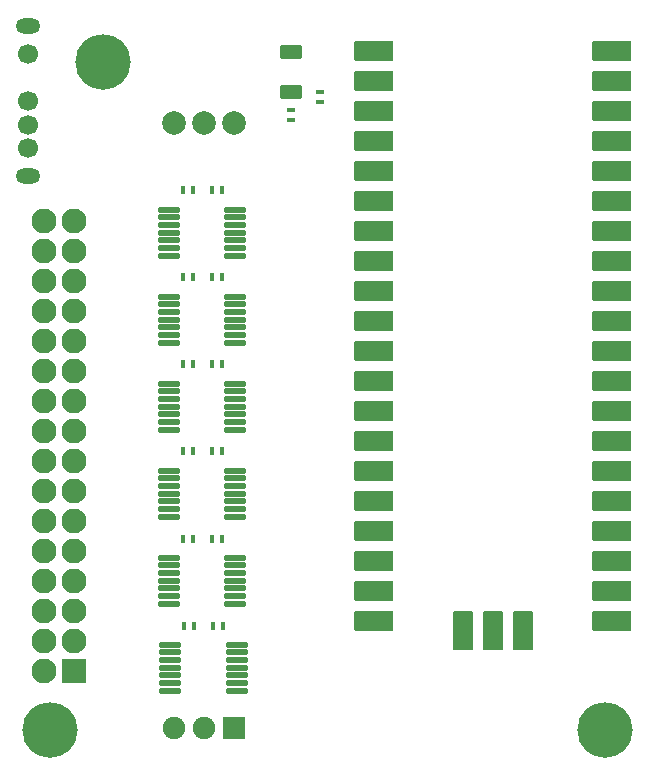
<source format=gts>
G04 #@! TF.GenerationSoftware,KiCad,Pcbnew,8.0.6*
G04 #@! TF.CreationDate,2025-02-01T18:27:41+01:00*
G04 #@! TF.ProjectId,jitx-design,6a697478-2d64-4657-9369-676e2e6b6963,rev?*
G04 #@! TF.SameCoordinates,Original*
G04 #@! TF.FileFunction,Soldermask,Top*
G04 #@! TF.FilePolarity,Negative*
%FSLAX46Y46*%
G04 Gerber Fmt 4.6, Leading zero omitted, Abs format (unit mm)*
G04 Created by KiCad (PCBNEW 8.0.6) date 2025-02-01 18:27:41*
%MOMM*%
%LPD*%
G01*
G04 APERTURE LIST*
G04 Aperture macros list*
%AMRoundRect*
0 Rectangle with rounded corners*
0 $1 Rounding radius*
0 $2 $3 $4 $5 $6 $7 $8 $9 X,Y pos of 4 corners*
0 Add a 4 corners polygon primitive as box body*
4,1,4,$2,$3,$4,$5,$6,$7,$8,$9,$2,$3,0*
0 Add four circle primitives for the rounded corners*
1,1,$1+$1,$2,$3*
1,1,$1+$1,$4,$5*
1,1,$1+$1,$6,$7*
1,1,$1+$1,$8,$9*
0 Add four rect primitives between the rounded corners*
20,1,$1+$1,$2,$3,$4,$5,0*
20,1,$1+$1,$4,$5,$6,$7,0*
20,1,$1+$1,$6,$7,$8,$9,0*
20,1,$1+$1,$8,$9,$2,$3,0*%
G04 Aperture macros list end*
%ADD10RoundRect,0.051000X1.000000X-1.000000X1.000000X1.000000X-1.000000X1.000000X-1.000000X-1.000000X0*%
%ADD11C,2.102000*%
%ADD12RoundRect,0.051000X-0.850000X0.200000X-0.850000X-0.200000X0.850000X-0.200000X0.850000X0.200000X0*%
%ADD13RoundRect,0.050000X-0.300000X-0.140139X0.300000X-0.140139X0.300000X0.140139X-0.300000X0.140139X0*%
%ADD14RoundRect,0.050000X0.140139X-0.300000X0.140139X0.300000X-0.140139X0.300000X-0.140139X-0.300000X0*%
%ADD15C,4.700000*%
%ADD16RoundRect,0.051000X-1.600000X0.800000X-1.600000X-0.800000X1.600000X-0.800000X1.600000X0.800000X0*%
%ADD17RoundRect,0.051000X-0.800000X-1.600000X0.800000X-1.600000X0.800000X1.600000X-0.800000X1.600000X0*%
%ADD18RoundRect,0.050000X-0.140139X0.300000X-0.140139X-0.300000X0.140139X-0.300000X0.140139X0.300000X0*%
%ADD19C,2.000000*%
%ADD20RoundRect,0.051000X-0.850000X0.550000X-0.850000X-0.550000X0.850000X-0.550000X0.850000X0.550000X0*%
%ADD21RoundRect,0.051000X0.900000X0.900000X-0.900000X0.900000X-0.900000X-0.900000X0.900000X-0.900000X0*%
%ADD22C,1.902000*%
%ADD23C,1.700000*%
%ADD24O,2.100000X1.300000*%
G04 APERTURE END LIST*
D10*
X118507941Y-131500949D03*
D11*
X115967941Y-131500949D03*
X118507941Y-128960949D03*
X115967941Y-128960949D03*
X118507941Y-126420949D03*
X115967941Y-126420949D03*
X118507941Y-123880949D03*
X115967941Y-123880949D03*
X118507941Y-121340949D03*
X115967941Y-121340949D03*
X118507941Y-118800949D03*
X115967941Y-118800949D03*
X118507941Y-116260949D03*
X115967941Y-116260949D03*
X118507941Y-113720949D03*
X115967941Y-113720949D03*
X118507941Y-111180949D03*
X115967941Y-111180949D03*
X118507941Y-108640949D03*
X115967941Y-108640949D03*
X118507941Y-106100949D03*
X115967941Y-106100949D03*
X118507941Y-103560949D03*
X115967941Y-103560949D03*
X118507941Y-101020949D03*
X115967941Y-101020949D03*
X118507941Y-98480949D03*
X115967941Y-98480949D03*
X118507941Y-95940949D03*
X115967941Y-95940949D03*
X118507941Y-93400949D03*
X115967941Y-93400949D03*
D12*
X126608407Y-92475118D03*
X126608407Y-93125118D03*
X126608407Y-93775118D03*
X126608407Y-94425118D03*
X126608407Y-95075118D03*
X126608407Y-95725118D03*
X126608407Y-96375118D03*
X132208407Y-96375118D03*
X132208407Y-95725118D03*
X132208407Y-95075118D03*
X132208407Y-94425118D03*
X132208407Y-93775118D03*
X132208407Y-93125118D03*
X132208407Y-92475118D03*
D13*
X139363090Y-82518934D03*
X139363090Y-83338656D03*
D14*
X130237886Y-120320808D03*
X131057608Y-120320808D03*
D15*
X116500000Y-136500000D03*
D12*
X126608407Y-114563471D03*
X126608407Y-115213471D03*
X126608407Y-115863471D03*
X126608407Y-116513471D03*
X126608407Y-117163471D03*
X126608407Y-117813471D03*
X126608407Y-118463471D03*
X132208407Y-118463471D03*
X132208407Y-117813471D03*
X132208407Y-117163471D03*
X132208407Y-116513471D03*
X132208407Y-115863471D03*
X132208407Y-115213471D03*
X132208407Y-114563471D03*
X126608407Y-99837902D03*
X126608407Y-100487902D03*
X126608407Y-101137902D03*
X126608407Y-101787902D03*
X126608407Y-102437902D03*
X126608407Y-103087902D03*
X126608407Y-103737902D03*
X132208407Y-103737902D03*
X132208407Y-103087902D03*
X132208407Y-102437902D03*
X132208407Y-101787902D03*
X132208407Y-101137902D03*
X132208407Y-100487902D03*
X132208407Y-99837902D03*
X126608407Y-107200687D03*
X126608407Y-107850687D03*
X126608407Y-108500687D03*
X126608407Y-109150687D03*
X126608407Y-109800687D03*
X126608407Y-110450687D03*
X126608407Y-111100687D03*
X132208407Y-111100687D03*
X132208407Y-110450687D03*
X132208407Y-109800687D03*
X132208407Y-109150687D03*
X132208407Y-108500687D03*
X132208407Y-107850687D03*
X132208407Y-107200687D03*
D16*
X143943466Y-79058410D03*
X143943466Y-81598410D03*
X143943466Y-84138410D03*
X143943466Y-86678410D03*
X143943466Y-89218410D03*
X143943466Y-91758410D03*
X143943466Y-94298410D03*
X143943466Y-96838410D03*
X143943466Y-99378410D03*
X143943466Y-101918410D03*
X143943466Y-104458410D03*
X143943466Y-106998410D03*
X143943466Y-109538410D03*
X143943466Y-112078410D03*
X143943466Y-114618410D03*
X143943466Y-117158410D03*
X143943466Y-119698410D03*
X143943466Y-122238410D03*
X143943466Y-124778410D03*
X143943466Y-127318410D03*
X164118466Y-127318410D03*
X164118466Y-124778410D03*
X164118466Y-122238410D03*
X164118466Y-119698410D03*
X164118466Y-117158410D03*
X164118466Y-114618410D03*
X164118466Y-112078410D03*
X164118466Y-109538410D03*
X164118466Y-106998410D03*
X164118466Y-104458410D03*
X164118466Y-101918410D03*
X164118466Y-99378410D03*
X164118466Y-96838410D03*
X164118466Y-94298410D03*
X164118466Y-91758410D03*
X164118466Y-89218410D03*
X164118466Y-86678410D03*
X164118466Y-84138410D03*
X164118466Y-81598410D03*
X164118466Y-79058410D03*
D17*
X151491466Y-128118410D03*
X154031466Y-128118410D03*
X156571466Y-128118410D03*
D18*
X128694240Y-127710388D03*
X127874518Y-127710388D03*
D12*
X126608407Y-121926255D03*
X126608407Y-122576255D03*
X126608407Y-123226255D03*
X126608407Y-123876255D03*
X126608407Y-124526255D03*
X126608407Y-125176255D03*
X126608407Y-125826255D03*
X132208407Y-125826255D03*
X132208407Y-125176255D03*
X132208407Y-124526255D03*
X132208407Y-123876255D03*
X132208407Y-123226255D03*
X132208407Y-122576255D03*
X132208407Y-121926255D03*
D14*
X130237886Y-98152070D03*
X131057608Y-98152070D03*
D15*
X163500000Y-136500000D03*
D18*
X128594240Y-90766140D03*
X127774518Y-90766140D03*
D14*
X130237886Y-90762491D03*
X131057608Y-90762491D03*
D19*
X132048688Y-85114797D03*
X129508688Y-85114797D03*
X126968688Y-85114797D03*
D18*
X128594240Y-120321538D03*
X127774518Y-120321538D03*
D20*
X136915062Y-82498588D03*
X136915062Y-79098588D03*
D21*
X132048688Y-136349927D03*
D22*
X129508688Y-136349927D03*
X126968688Y-136349927D03*
D15*
X121000000Y-80000000D03*
D13*
X136915062Y-84042448D03*
X136915062Y-84862170D03*
D18*
X128594240Y-105543839D03*
X127774518Y-105543839D03*
D12*
X126708407Y-129289039D03*
X126708407Y-129939039D03*
X126708407Y-130589039D03*
X126708407Y-131239039D03*
X126708407Y-131889039D03*
X126708407Y-132539039D03*
X126708407Y-133189039D03*
X132308407Y-133189039D03*
X132308407Y-132539039D03*
X132308407Y-131889039D03*
X132308407Y-131239039D03*
X132308407Y-130589039D03*
X132308407Y-129939039D03*
X132308407Y-129289039D03*
D23*
X114635033Y-79279627D03*
X114635033Y-83279627D03*
X114635033Y-85279627D03*
X114635033Y-87279627D03*
D24*
X114635033Y-89629627D03*
X114635033Y-76929627D03*
D18*
X128594240Y-98154989D03*
X127774518Y-98154989D03*
X128594240Y-112932689D03*
X127774518Y-112932689D03*
D14*
X130237886Y-112931229D03*
X131057608Y-112931229D03*
X130237886Y-105541650D03*
X131057608Y-105541650D03*
X130337886Y-127710388D03*
X131157608Y-127710388D03*
M02*

</source>
